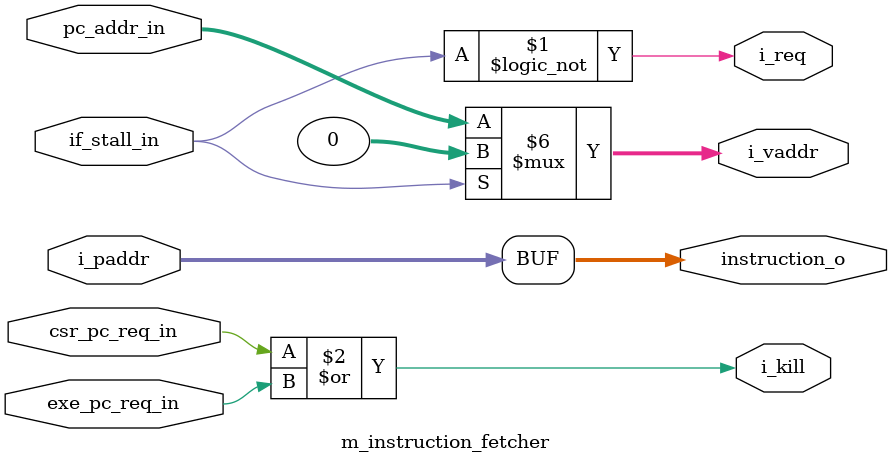
<source format=sv>
module m_instruction_fetcher(

//from pc
input logic[31:0]  pc_addr_in,
//from hzd unit
input logic 		 if_stall_in,
input logic			 csr_pc_req_in,
input logic			 exe_pc_req_in,

//from mmu 
input logic[31:0]	 i_paddr,

//TO mmu AND hazd unit
output logic		 i_req,
//To mmu
output logic[31:0] i_vaddr,
output logic 		 i_kill,

//To decode stage
output logic[31:0] instruction_o




);



assign i_req = !if_stall_in;
assign instruction_o=i_paddr;
assign i_kill = csr_pc_req_in | exe_pc_req_in;

always_comb begin

if(!if_stall_in)
	i_vaddr = pc_addr_in;
else
	i_vaddr = '0;


end



endmodule
</source>
